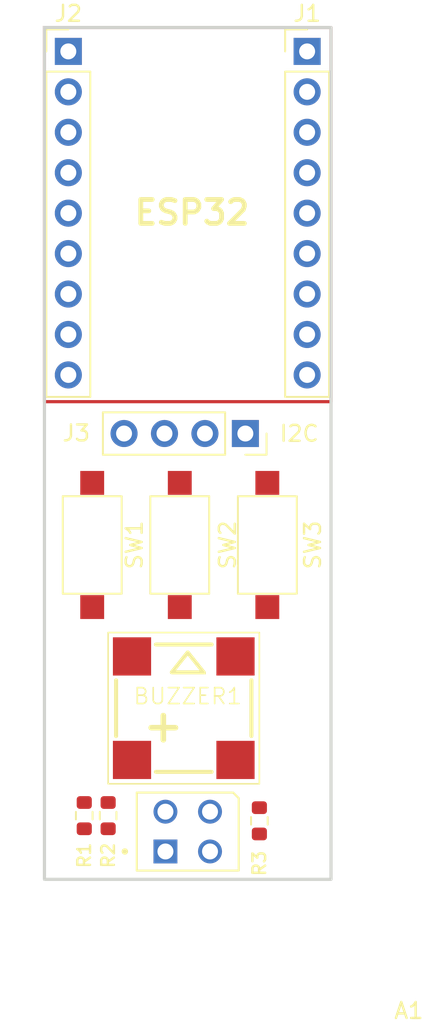
<source format=kicad_pcb>
(kicad_pcb (version 20241229) (generator "pcbnew") (generator_version "9.0")
  (layers (0 "F.Cu" signal) (2 "B.Cu" signal) (13 "F.Paste" user) (15 "B.Paste" user) (5 "F.SilkS" user "F.Silkscreen") (7 "B.SilkS" user "B.Silkscreen") (1 "F.Mask" user) (3 "B.Mask" user) (25 "Edge.Cuts" user))
  (net 0 "")
  (net 1 "/GND")
  (net 2 "Net-(A1-Pad1)")
  (net 3 "Net-(A1-Pad4)")
  (net 5 "/GP8")
  (net 7 "/GP9")
  (net 8 "/3V3")
  (net 9 "/GP12")
  (net 10 "/SDA")
  (net 11 "/SCL")
  (net 12 "/GP13")
  (net 13 "/VCC")
  (net 14 "/GP6")
  (net 15 "/GP3")
  (net 16 "/GP4")
  (net 17 "/TX")
  (net 18 "/GP5")
  (net 19 "/GP1")
  (net 20 "/GP2")
  (net 21 "/RX")
  (net 22 "/GP7")
  (footprint "Buzzer_Beeper:MLT-8530" (layer "F.Cu") (at 159 99)
    (property "Reference" "BUZZER1" (at 0 -1 0) (layer "F.SilkS") (effects (font (thickness 0.1))))
    (property "Value" "C94599")
    (fp_line (start -4.5 1.5) (end -4.5 -2) (stroke (width 0.254)) (layer "F.SilkS"))
    (fp_line (start -2 -4.25) (end 1.5 -4.25) (stroke (width 0.254)) (layer "F.SilkS"))
    (fp_line (start 1.5 3.75) (end -2 3.75) (stroke (width 0.254)) (layer "F.SilkS"))
    (fp_line (start 4 -2) (end 4 1.5) (stroke (width 0.254)) (layer "F.SilkS"))
    (fp_rect (start -5 -5) (end 4.5 4.5) (stroke (width 0.1)) (fill no) (layer "F.SilkS"))
    (fp_poly (pts (xy -1 -2.5) (xy 0 -3.75) (xy 1 -2.5)) (stroke (width 0.254)) (fill no) (layer "F.SilkS"))
    (fp_text user "+" (at -3 2 0) (layer "F.SilkS") (effects (font (size 2 2) (thickness 0.35) (bold yes)) (justify left bottom)))
    (pad "1" smd rect (at -3.5 3) (size 2.4 2.4) (layers "F.Cu" "F.Mask" "F.Paste") (net 5 "/GP8"))
    (pad "2" smd rect (at 3 3) (size 2.4 2.4) (layers "F.Cu" "F.Mask" "F.Paste") (net 1 "/GND"))
    (pad "3" smd rect (at 3 -3.5) (size 2.4 2.4) (layers "F.Cu" "F.Mask" "F.Paste"))
    (pad "4" smd rect (at -3.5 -3.5) (size 2.4 2.4) (layers "F.Cu" "F.Mask" "F.Paste"))
  )
  (footprint "Resistor_SMD:R_0603_1608Metric" (layer "F.Cu") (at 154 105.5 -90)
    (property "Reference" "R2" (at 2.5 0 270) (layer "F.SilkS") (effects (font (size 0.8 0.8))))
    (property "Value" "C98220")
    (fp_line (start -0.237258 0.5225) (end 0.237258 0.5225) (stroke (width 0.12)) (layer "F.SilkS"))
    (fp_line (start -0.237258 -0.5225) (end 0.237258 -0.5225) (stroke (width 0.12)) (layer "F.SilkS"))
    (pad "1" smd roundrect (at -0.825 0 270) (size 0.8 0.95) (layers "F.Cu" "F.Mask" "F.Paste") (net 7 "/GP9"))
    (pad "2" smd roundrect (at 0.825 0 270) (size 0.8 0.95) (layers "F.Cu" "F.Mask" "F.Paste") (net 2 "Net-(A1-Pad1)"))
  )
  (footprint "Sensor_Distance:PHODET_RPR-220" (layer "F.Cu") (at 159 106.5)
    (property "Reference" "A1" (at 13.89 11.25 0) (layer "F.SilkS") (effects (font (size 1.002276 1.002276))))
    (property "Value" "RPR-220")
    (fp_line (start -3.2 -2.45) (end -3.2 2.45) (stroke (width 0.127)) (layer "F.SilkS"))
    (fp_line (start -3.2 2.45) (end 3.2 2.45) (stroke (width 0.127)) (layer "F.SilkS"))
    (fp_line (start 2.85 -2.45) (end -3.2 -2.45) (stroke (width 0.127)) (layer "F.SilkS"))
    (fp_line (start 3.2 -2.1) (end 2.85 -2.45) (stroke (width 0.127)) (layer "F.SilkS"))
    (fp_line (start 3.2 2.45) (end 3.2 -2.1) (stroke (width 0.127)) (layer "F.SilkS"))
    (fp_circle (center -3.95 1.25) (end -3.85 1.25) (stroke (width 0.2)) (fill no) (layer "F.SilkS"))
    (pad "1" thru_hole rect (at -1.4 1.25) (size 1.5 1.5) (drill 1) (layers "*.Cu" "*.Mask") (net 2 "Net-(A1-Pad1)"))
    (pad "2" thru_hole circle (at -1.4 -1.25) (size 1.5 1.5) (drill 1) (layers "*.Cu" "*.Mask") (net 1 "/GND"))
    (pad "3" thru_hole circle (at 1.4 -1.25) (size 1.5 1.5) (drill 1) (layers "*.Cu" "*.Mask") (net 1 "/GND"))
    (pad "4" thru_hole circle (at 1.4 1.25) (size 1.5 1.5) (drill 1) (layers "*.Cu" "*.Mask") (net 3 "Net-(A1-Pad4)"))
  )
  (footprint "Resistor_SMD:R_0603_1608Metric" (layer "F.Cu") (at 163.5 105.825 -90)
    (property "Reference" "R3" (at 2.675 0 270) (layer "F.SilkS") (effects (font (size 0.8 0.8))))
    (property "Value" "C107696")
    (fp_line (start -0.237258 0.5225) (end 0.237258 0.5225) (stroke (width 0.12)) (layer "F.SilkS"))
    (fp_line (start -0.237258 -0.5225) (end 0.237258 -0.5225) (stroke (width 0.12)) (layer "F.SilkS"))
    (pad "1" smd roundrect (at -0.825 0 270) (size 0.8 0.95) (layers "F.Cu" "F.Mask" "F.Paste") (net 13 "/VCC"))
    (pad "2" smd roundrect (at 0.825 0 270) (size 0.8 0.95) (layers "F.Cu" "F.Mask" "F.Paste") (net 3 "Net-(A1-Pad4)"))
  )
  (footprint "Resistor_SMD:R_0603_1608Metric" (layer "F.Cu") (at 152.5 105.5 90)
    (property "Reference" "R1" (at -2.5 0 90) (layer "F.SilkS") (effects (font (size 0.8 0.8))))
    (property "Value" "C107231")
    (fp_line (start -0.237258 -0.5225) (end 0.237258 -0.5225) (stroke (width 0.12)) (layer "F.SilkS"))
    (fp_line (start -0.237258 0.5225) (end 0.237258 0.5225) (stroke (width 0.12)) (layer "F.SilkS"))
    (pad "1" smd roundrect (at -0.825 0 90) (size 0.8 0.95) (layers "F.Cu" "F.Mask" "F.Paste") (net 2 "Net-(A1-Pad1)"))
    (pad "2" smd roundrect (at 0.825 0 90) (size 0.8 0.95) (layers "F.Cu" "F.Mask" "F.Paste") (net 13 "/VCC"))
  )
  (footprint "Connector_PinHeader_2.54mm:PinHeader_1x09_P2.54mm_Vertical" (layer "F.Cu") (at 166.5 57.5)
    (property "Reference" "J1" (at 0 -2.38 0) (layer "F.SilkS"))
    (property "Value" "ESP32_Right")
    (fp_line (start -1.38 -1.38) (end 0 -1.38) (stroke (width 0.12)) (layer "F.SilkS"))
    (fp_line (start -1.38 0) (end -1.38 -1.38) (stroke (width 0.12)) (layer "F.SilkS"))
    (fp_line (start -1.38 1.27) (end -1.38 21.7) (stroke (width 0.12)) (layer "F.SilkS"))
    (fp_line (start -1.38 1.27) (end 1.38 1.27) (stroke (width 0.12)) (layer "F.SilkS"))
    (fp_line (start -1.38 21.7) (end 1.38 21.7) (stroke (width 0.12)) (layer "F.SilkS"))
    (fp_line (start 1.38 1.27) (end 1.38 21.7) (stroke (width 0.12)) (layer "F.SilkS"))
    (pad "1" thru_hole rect (at 0 0) (size 1.7 1.7) (drill 1) (layers "*.Cu" "*.Mask") (net 13 "/VCC"))
    (pad "2" thru_hole circle (at 0 2.54) (size 1.7 1.7) (drill 1) (layers "*.Cu" "*.Mask") (net 1 "/GND"))
    (pad "3" thru_hole circle (at 0 5.08) (size 1.7 1.7) (drill 1) (layers "*.Cu" "*.Mask") (net 8 "/3V3"))
    (pad "4" thru_hole circle (at 0 7.62) (size 1.7 1.7) (drill 1) (layers "*.Cu" "*.Mask") (net 12 "/GP13"))
    (pad "5" thru_hole circle (at 0 10.16) (size 1.7 1.7) (drill 1) (layers "*.Cu" "*.Mask") (net 9 "/GP12"))
    (pad "6" thru_hole circle (at 0 12.7) (size 1.7 1.7) (drill 1) (layers "*.Cu" "*.Mask") (net 11 "/SCL"))
    (pad "7" thru_hole circle (at 0 15.24) (size 1.7 1.7) (drill 1) (layers "*.Cu" "*.Mask") (net 10 "/SDA"))
    (pad "8" thru_hole circle (at 0 17.78) (size 1.7 1.7) (drill 1) (layers "*.Cu" "*.Mask") (net 7 "/GP9"))
    (pad "9" thru_hole circle (at 0 20.32) (size 1.7 1.7) (drill 1) (layers "*.Cu" "*.Mask") (net 5 "/GP8"))
  )
  (footprint "Connector_PinHeader_2.54mm:PinHeader_1x09_P2.54mm_Vertical" (layer "F.Cu") (at 151.5 57.5)
    (property "Reference" "J2" (at 0 -2.38 0) (layer "F.SilkS"))
    (property "Value" "ESP32_Left")
    (fp_line (start -1.38 -1.38) (end 0 -1.38) (stroke (width 0.12)) (layer "F.SilkS"))
    (fp_line (start -1.38 0) (end -1.38 -1.38) (stroke (width 0.12)) (layer "F.SilkS"))
    (fp_line (start -1.38 1.27) (end -1.38 21.7) (stroke (width 0.12)) (layer "F.SilkS"))
    (fp_line (start -1.38 1.27) (end 1.38 1.27) (stroke (width 0.12)) (layer "F.SilkS"))
    (fp_line (start -1.38 21.7) (end 1.38 21.7) (stroke (width 0.12)) (layer "F.SilkS"))
    (fp_line (start 1.38 1.27) (end 1.38 21.7) (stroke (width 0.12)) (layer "F.SilkS"))
    (pad "1" thru_hole rect (at 0 0) (size 1.7 1.7) (drill 1) (layers "*.Cu" "*.Mask") (net 17 "/TX"))
    (pad "2" thru_hole circle (at 0 2.54) (size 1.7 1.7) (drill 1) (layers "*.Cu" "*.Mask") (net 21 "/RX"))
    (pad "3" thru_hole circle (at 0 5.08) (size 1.7 1.7) (drill 1) (layers "*.Cu" "*.Mask") (net 19 "/GP1"))
    (pad "4" thru_hole circle (at 0 7.62) (size 1.7 1.7) (drill 1) (layers "*.Cu" "*.Mask") (net 20 "/GP2"))
    (pad "5" thru_hole circle (at 0 10.16) (size 1.7 1.7) (drill 1) (layers "*.Cu" "*.Mask") (net 15 "/GP3"))
    (pad "6" thru_hole circle (at 0 12.7) (size 1.7 1.7) (drill 1) (layers "*.Cu" "*.Mask") (net 16 "/GP4"))
    (pad "7" thru_hole circle (at 0 15.24) (size 1.7 1.7) (drill 1) (layers "*.Cu" "*.Mask") (net 18 "/GP5"))
    (pad "8" thru_hole circle (at 0 17.78) (size 1.7 1.7) (drill 1) (layers "*.Cu" "*.Mask") (net 14 "/GP6"))
    (pad "9" thru_hole circle (at 0 20.32) (size 1.7 1.7) (drill 1) (layers "*.Cu" "*.Mask") (net 22 "/GP7"))
  )
  (footprint "Connector_PinSocket_2.54mm:PinSocket_1x04_P2.54mm_Vertical" (layer "F.Cu") (at 162.62 81.5 -90)
    (property "Reference" "J3" (at -0.025 10.62 0) (layer "F.SilkS"))
    (property "Value" "I2C" (at 0 -3.38 0) (layer "F.SilkS"))
    (fp_line (start -1.33 8.95) (end 1.33 8.95) (stroke (width 0.12)) (layer "F.SilkS"))
    (fp_line (start -1.33 1.27) (end -1.33 8.95) (stroke (width 0.12)) (layer "F.SilkS"))
    (fp_line (start -1.33 1.27) (end 1.33 1.27) (stroke (width 0.12)) (layer "F.SilkS"))
    (fp_line (start 1.33 1.27) (end 1.33 8.95) (stroke (width 0.12)) (layer "F.SilkS"))
    (fp_line (start 0 -1.33) (end 1.33 -1.33) (stroke (width 0.12)) (layer "F.SilkS"))
    (fp_line (start 1.33 -1.33) (end 1.33 0) (stroke (width 0.12)) (layer "F.SilkS"))
    (pad "1" thru_hole rect (at 0 0 270) (size 1.7 1.7) (drill 1) (layers "*.Cu" "*.Mask") (net 10 "/SDA"))
    (pad "2" thru_hole circle (at 0 2.54 270) (size 1.7 1.7) (drill 1) (layers "*.Cu" "*.Mask") (net 11 "/SCL"))
    (pad "3" thru_hole circle (at 0 5.08 270) (size 1.7 1.7) (drill 1) (layers "*.Cu" "*.Mask") (net 13 "/VCC"))
    (pad "4" thru_hole circle (at 0 7.62 270) (size 1.7 1.7) (drill 1) (layers "*.Cu" "*.Mask") (net 1 "/GND"))
  )
  (footprint "Button_Switch_SMD:SW_SPST_CK_RS282G05A3" (layer "F.Cu") (at 164 88.5 90)
    (property "Reference" "SW3" (at 0 2.85 90) (layer "F.SilkS"))
    (property "Value" "C318938")
    (fp_line (start 3.06 -1.85) (end 3.06 1.85) (stroke (width 0.12)) (layer "F.SilkS"))
    (fp_line (start -3.06 -1.85) (end 3.06 -1.85) (stroke (width 0.12)) (layer "F.SilkS"))
    (fp_line (start 3.06 1.85) (end -3.06 1.85) (stroke (width 0.12)) (layer "F.SilkS"))
    (fp_line (start -3.06 1.85) (end -3.06 -1.85) (stroke (width 0.12)) (layer "F.SilkS"))
    (pad "1" smd rect (at -3.9 0 90) (size 1.5 1.5) (layers "F.Cu" "F.Mask" "F.Paste") (net 1 "/GND"))
    (pad "2" smd rect (at 3.9 0 90) (size 1.5 1.5) (layers "F.Cu" "F.Mask" "F.Paste") (net 22 "/GP7"))
  )
  (footprint "Button_Switch_SMD:SW_SPST_CK_RS282G05A3" (layer "F.Cu") (at 153 88.5 90)
    (property "Reference" "SW1" (at 0 2.65 90) (layer "F.SilkS"))
    (property "Value" "C318938")
    (fp_line (start 3.06 -1.85) (end 3.06 1.85) (stroke (width 0.12)) (layer "F.SilkS"))
    (fp_line (start -3.06 -1.85) (end 3.06 -1.85) (stroke (width 0.12)) (layer "F.SilkS"))
    (fp_line (start 3.06 1.85) (end -3.06 1.85) (stroke (width 0.12)) (layer "F.SilkS"))
    (fp_line (start -3.06 1.85) (end -3.06 -1.85) (stroke (width 0.12)) (layer "F.SilkS"))
    (pad "1" smd rect (at -3.9 0 90) (size 1.5 1.5) (layers "F.Cu" "F.Mask" "F.Paste") (net 1 "/GND"))
    (pad "2" smd rect (at 3.9 0 90) (size 1.5 1.5) (layers "F.Cu" "F.Mask" "F.Paste") (net 18 "/GP5"))
  )
  (footprint "Button_Switch_SMD:SW_SPST_CK_RS282G05A3" (layer "F.Cu") (at 158.5 88.5 90)
    (property "Reference" "SW2" (at 0 3 90) (layer "F.SilkS"))
    (property "Value" "C318938")
    (fp_line (start 3.06 -1.85) (end 3.06 1.85) (stroke (width 0.12)) (layer "F.SilkS"))
    (fp_line (start -3.06 -1.85) (end 3.06 -1.85) (stroke (width 0.12)) (layer "F.SilkS"))
    (fp_line (start 3.06 1.85) (end -3.06 1.85) (stroke (width 0.12)) (layer "F.SilkS"))
    (fp_line (start -3.06 1.85) (end -3.06 -1.85) (stroke (width 0.12)) (layer "F.SilkS"))
    (pad "1" smd rect (at -3.9 0 90) (size 1.5 1.5) (layers "F.Cu" "F.Mask" "F.Paste") (net 1 "/GND"))
    (pad "2" smd rect (at 3.9 0 90) (size 1.5 1.5) (layers "F.Cu" "F.Mask" "F.Paste") (net 14 "/GP6"))
  )
  (gr_rect (start 150 56) (end 168 79.5) (stroke (width 0.2)) (fill no) (layer "F.Cu"))
  (gr_rect (start 150 56) (end 168 109.5) (stroke (width 0.2)) (fill no) (layer "Edge.Cuts"))
  (gr_text "ESP32" (at 155.5 68.5 0) (layer "F.SilkS") (effects (font (size 1.5 1.5) (thickness 0.3) (bold yes)) (justify left bottom)))
)
</source>
